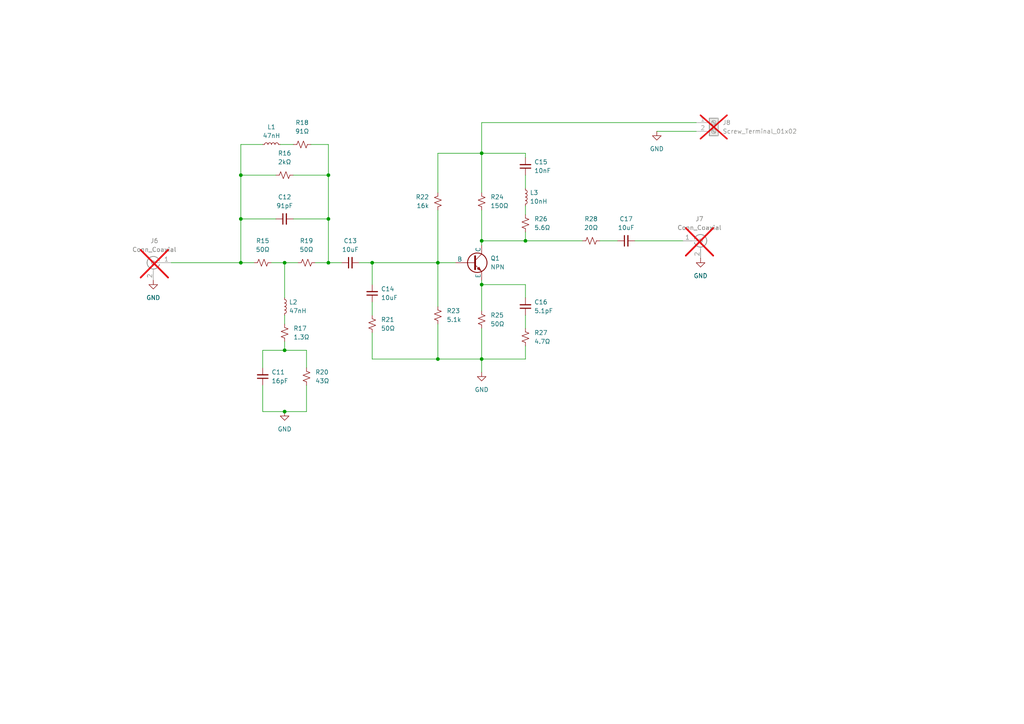
<source format=kicad_sch>
(kicad_sch (version 20231120) (generator "eeschema") (generator_version "8.0")
  (paper "A4")
  (lib_symbols
    (symbol "Connector:Conn_Coaxial" (pin_names (offset 1.016) hide)
      (property "Reference" "J" (at 0.254 3.048 0))
      (property "Value" "Conn_Coaxial" (at 2.921 0 90))
      (symbol "Conn_Coaxial_0_1"
        (arc (start -1.778 -0.508) (mid 0.2311 -1.8066) (end 1.778 0) (stroke (width 0.254)))
        (polyline (pts (xy -2.54 0) (xy -0.508 0)))
        (polyline (pts (xy 0 -2.54) (xy 0 -1.778)))
        (circle (center 0 0) (radius 0.508) (stroke (width 0.2032)))
        (arc (start 1.778 0) (mid 0.2099 1.8101) (end -1.778 0.508) (stroke (width 0.254)))
      )
      (symbol "Conn_Coaxial_1_1"
        (pin passive line (at -5.08 0 0) (length 2.54) (name "In") (number "1"))
        (pin passive line (at 0 -5.08 90) (length 2.54) (name "Ext") (number "2"))
      )
    )
    (symbol "Connector:Screw_Terminal_01x02" (pin_names (offset 1.016) hide)
      (property "Reference" "J" (at 0 2.54 0))
      (property "Value" "Screw_Terminal_01x02" (at 0 -5.08 0))
      (symbol "Screw_Terminal_01x02_1_1"
        (rectangle (start -1.27 1.27) (end 1.27 -3.81) (stroke (width 0.254)) (fill (type background)))
        (circle (center 0 -2.54) (radius 0.635) (stroke (width 0.1524)))
        (polyline (pts (xy -0.5334 -2.2098) (xy 0.3302 -3.048)) (stroke (width 0.1524)))
        (polyline (pts (xy -0.5334 0.3302) (xy 0.3302 -0.508)) (stroke (width 0.1524)))
        (polyline (pts (xy -0.3556 -2.032) (xy 0.508 -2.8702)) (stroke (width 0.1524)))
        (polyline (pts (xy -0.3556 0.508) (xy 0.508 -0.3302)) (stroke (width 0.1524)))
        (circle (center 0 0) (radius 0.635) (stroke (width 0.1524)))
        (pin passive line (at -5.08 0 0) (length 3.81) (name "Pin_1") (number "1"))
        (pin passive line (at -5.08 -2.54 0) (length 3.81) (name "Pin_2") (number "2"))
      )
    )
    (symbol "Device:C_Small" (pin_numbers hide) (pin_names (offset 0.254) hide)
      (property "Reference" "C" (at 0.254 1.778 0))
      (property "Value" "C_Small" (at 0.254 -2.032 0))
      (symbol "C_Small_0_1"
        (polyline (pts (xy -1.524 -0.508) (xy 1.524 -0.508)) (stroke (width 0.3302)))
        (polyline (pts (xy -1.524 0.508) (xy 1.524 0.508)) (stroke (width 0.3048)))
      )
      (symbol "C_Small_1_1"
        (pin passive line (at 0 2.54 270) (length 2.032) (name "~") (number "1"))
        (pin passive line (at 0 -2.54 90) (length 2.032) (name "~") (number "2"))
      )
    )
    (symbol "Device:L_Small" (pin_numbers hide) (pin_names (offset 0.254) hide)
      (property "Reference" "L" (at 0.762 1.016 0))
      (property "Value" "L_Small" (at 0.762 -1.016 0))
      (symbol "L_Small_0_1"
        (arc (start 0 -2.032) (mid 0.5058 -1.524) (end 0 -1.016))
        (arc (start 0 -1.016) (mid 0.5058 -0.508) (end 0 0))
        (arc (start 0 0) (mid 0.5058 0.508) (end 0 1.016))
        (arc (start 0 1.016) (mid 0.5058 1.524) (end 0 2.032))
      )
      (symbol "L_Small_1_1"
        (pin passive line (at 0 2.54 270) (length 0.508) (name "~") (number "1"))
        (pin passive line (at 0 -2.54 90) (length 0.508) (name "~") (number "2"))
      )
    )
    (symbol "Device:R_Small_US" (pin_numbers hide) (pin_names (offset 0.254) hide)
      (property "Reference" "R" (at 0.762 0.508 0))
      (property "Value" "R_Small_US" (at 0.762 -1.016 0))
      (symbol "R_Small_US_1_1"
        (polyline (pts (xy 0 0) (xy 1.016 -0.381) (xy 0 -0.762) (xy -1.016 -1.143) (xy 0 -1.524)))
        (polyline (pts (xy 0 1.524) (xy 1.016 1.143) (xy 0 0.762) (xy -1.016 0.381) (xy 0 0)))
        (pin passive line (at 0 2.54 270) (length 1.016) (name "~") (number "1"))
        (pin passive line (at 0 -2.54 90) (length 1.016) (name "~") (number "2"))
      )
    )
    (symbol "Simulation_SPICE:NPN" (pin_numbers hide) (pin_names (offset 0))
      (property "Reference" "Q1" (at 5.08 1.2701 0))
      (property "Value" "NPN" (at 5.08 -1.2699 0))
      (symbol "NPN_0_1"
        (polyline (pts (xy -2.54 0) (xy 0.635 0)) (stroke (width 0.1524)))
        (polyline (pts (xy 0.635 0.635) (xy 2.54 2.54)))
        (polyline (pts (xy 2.794 -1.27) (xy 2.794 -1.27)) (stroke (width 0.1524)))
        (polyline (pts (xy 2.794 -1.27) (xy 2.794 -1.27)) (stroke (width 0.1524)))
        (polyline (pts (xy 0.635 -0.635) (xy 2.54 -2.54) (xy 2.54 -2.54)))
        (polyline (pts (xy 0.635 1.905) (xy 0.635 -1.905) (xy 0.635 -1.905)) (stroke (width 0.508)))
        (polyline (pts (xy 1.27 -1.778) (xy 1.778 -1.27) (xy 2.286 -2.286) (xy 1.27 -1.778) (xy 1.27 -1.778)) (fill (type outline)))
        (circle (center 1.27 0) (radius 2.8194) (stroke (width 0.254)))
      )
      (symbol "NPN_1_1"
        (pin input line (at -5.08 0 0) (length 2.54) (name "B") (number "1"))
        (pin open_emitter line (at 2.54 -5.08 90) (length 2.54) (name "E") (number "2"))
        (pin open_collector line (at 2.54 5.08 270) (length 2.54) (name "C") (number "3"))
      )
    )
    (symbol "power:GND" (power) (pin_numbers hide) (pin_names (offset 0) hide)
      (property "Value" "GND" (at 0 -3.81 0))
      (symbol "GND_0_1"
        (polyline (pts (xy 0 0) (xy 0 -1.27) (xy 1.27 -1.27) (xy 0 -2.54) (xy -1.27 -1.27) (xy 0 -1.27)))
      )
      (symbol "GND_1_1"
        (pin power_in line (at 0 0 270) (length 0) (name "~") (number "1"))
      )
    )
  )
  (junction (at 82.55 119.38))
  (junction (at 95.25 76.2))
  (junction (at 95.25 50.8))
  (junction (at 82.55 101.6))
  (junction (at 107.95 76.2))
  (junction (at 139.7 44.45))
  (junction (at 95.25 63.5))
  (junction (at 139.7 104.14))
  (junction (at 127 76.2))
  (junction (at 69.85 50.8))
  (junction (at 82.55 76.2))
  (junction (at 139.7 82.55))
  (junction (at 69.85 76.2))
  (junction (at 152.4 69.85))
  (junction (at 127 104.14))
  (junction (at 69.85 63.5))
  (junction (at 139.7 69.85))
  (wire (pts (xy 127 60.96) (xy 127 76.2)))
  (wire (pts (xy 152.4 67.31) (xy 152.4 69.85)))
  (wire (pts (xy 127 55.88) (xy 127 44.45)))
  (wire (pts (xy 95.25 76.2) (xy 99.06 76.2)))
  (wire (pts (xy 78.74 76.2) (xy 82.55 76.2)))
  (wire (pts (xy 88.9 119.38) (xy 88.9 111.76)))
  (wire (pts (xy 107.95 96.52) (xy 107.95 104.14)))
  (wire (pts (xy 95.25 63.5) (xy 95.25 76.2)))
  (wire (pts (xy 139.7 107.95) (xy 139.7 104.14)))
  (wire (pts (xy 139.7 35.56) (xy 201.93 35.56)))
  (wire (pts (xy 152.4 69.85) (xy 139.7 69.85)))
  (wire (pts (xy 104.14 76.2) (xy 107.95 76.2)))
  (wire (pts (xy 127 93.98) (xy 127 104.14)))
  (wire (pts (xy 95.25 41.91) (xy 95.25 50.8)))
  (wire (pts (xy 82.55 99.06) (xy 82.55 101.6)))
  (wire (pts (xy 139.7 81.28) (xy 139.7 82.55)))
  (wire (pts (xy 69.85 63.5) (xy 69.85 76.2)))
  (wire (pts (xy 69.85 50.8) (xy 69.85 63.5)))
  (wire (pts (xy 139.7 55.88) (xy 139.7 44.45)))
  (wire (pts (xy 76.2 119.38) (xy 76.2 111.76)))
  (wire (pts (xy 139.7 82.55) (xy 139.7 90.17)))
  (wire (pts (xy 82.55 101.6) (xy 88.9 101.6)))
  (wire (pts (xy 85.09 63.5) (xy 95.25 63.5)))
  (wire (pts (xy 152.4 59.69) (xy 152.4 62.23)))
  (wire (pts (xy 190.5 38.1) (xy 201.93 38.1)))
  (wire (pts (xy 152.4 82.55) (xy 139.7 82.55)))
  (wire (pts (xy 82.55 119.38) (xy 76.2 119.38)))
  (wire (pts (xy 152.4 100.33) (xy 152.4 104.14)))
  (wire (pts (xy 69.85 63.5) (xy 80.01 63.5)))
  (wire (pts (xy 76.2 41.91) (xy 69.85 41.91)))
  (wire (pts (xy 69.85 50.8) (xy 80.01 50.8)))
  (wire (pts (xy 127 76.2) (xy 127 88.9)))
  (wire (pts (xy 152.4 50.8) (xy 152.4 54.61)))
  (wire (pts (xy 82.55 91.44) (xy 82.55 93.98)))
  (wire (pts (xy 184.15 69.85) (xy 198.12 69.85)))
  (wire (pts (xy 91.44 76.2) (xy 95.25 76.2)))
  (wire (pts (xy 85.09 50.8) (xy 95.25 50.8)))
  (wire (pts (xy 76.2 101.6) (xy 82.55 101.6)))
  (wire (pts (xy 82.55 76.2) (xy 82.55 86.36)))
  (wire (pts (xy 69.85 41.91) (xy 69.85 50.8)))
  (wire (pts (xy 152.4 104.14) (xy 139.7 104.14)))
  (wire (pts (xy 132.08 76.2) (xy 127 76.2)))
  (wire (pts (xy 139.7 60.96) (xy 139.7 69.85)))
  (wire (pts (xy 69.85 76.2) (xy 73.66 76.2)))
  (wire (pts (xy 82.55 119.38) (xy 88.9 119.38)))
  (wire (pts (xy 82.55 76.2) (xy 86.36 76.2)))
  (wire (pts (xy 127 104.14) (xy 107.95 104.14)))
  (wire (pts (xy 90.17 41.91) (xy 95.25 41.91)))
  (wire (pts (xy 107.95 87.63) (xy 107.95 91.44)))
  (wire (pts (xy 168.91 69.85) (xy 152.4 69.85)))
  (wire (pts (xy 139.7 35.56) (xy 139.7 44.45)))
  (wire (pts (xy 152.4 44.45) (xy 152.4 45.72)))
  (wire (pts (xy 49.53 76.2) (xy 69.85 76.2)))
  (wire (pts (xy 173.99 69.85) (xy 179.07 69.85)))
  (wire (pts (xy 107.95 76.2) (xy 107.95 82.55)))
  (wire (pts (xy 139.7 104.14) (xy 139.7 95.25)))
  (wire (pts (xy 139.7 44.45) (xy 152.4 44.45)))
  (wire (pts (xy 152.4 91.44) (xy 152.4 95.25)))
  (wire (pts (xy 95.25 50.8) (xy 95.25 63.5)))
  (wire (pts (xy 76.2 106.68) (xy 76.2 101.6)))
  (wire (pts (xy 152.4 86.36) (xy 152.4 82.55)))
  (wire (pts (xy 107.95 76.2) (xy 127 76.2)))
  (wire (pts (xy 88.9 101.6) (xy 88.9 106.68)))
  (wire (pts (xy 139.7 69.85) (xy 139.7 71.12)))
  (wire (pts (xy 81.28 41.91) (xy 85.09 41.91)))
  (wire (pts (xy 127 44.45) (xy 139.7 44.45)))
  (wire (pts (xy 127 104.14) (xy 139.7 104.14)))
  (symbol (lib_id "Device:R_Small_US") (at 127 58.42 0) (mirror x) (unit 1)
    (property "Reference" "R22" (at 124.46 57.1499 0) (effects (justify right)))
    (property "Value" "16k" (at 124.46 59.6899 0) (effects (justify right)))
    (property "Footprint" "Resistor_SMD:R_0603_1608Metric" (effects (hide yes)))
    (property "Description" "Resistor, small US symbol" (effects (hide yes)))
    (property "LCSC" "C22809" (effects (hide yes)))
  )
  (symbol (lib_id "Device:R_Small_US") (at 88.9 76.2 90) (unit 1)
    (property "Reference" "R19" (at 88.9 69.85 90))
    (property "Value" "50Ω" (at 88.9 72.39 90))
    (property "Footprint" "Resistor_SMD:R_0603_1608Metric" (effects (hide yes)))
    (property "Description" "Resistor, small US symbol" (effects (hide yes)))
    (property "LCSC" "C23185" (effects (hide yes)))
  )
  (symbol (lib_id "Device:R_Small_US") (at 76.2 76.2 90) (unit 1)
    (property "Reference" "R15" (at 76.2 69.85 90))
    (property "Value" "50Ω" (at 76.2 72.39 90))
    (property "Footprint" "Resistor_SMD:R_0603_1608Metric" (effects (hide yes)))
    (property "Description" "Resistor, small US symbol" (effects (hide yes)))
    (property "LCSC" "C23185" (effects (hide yes)))
  )
  (symbol (lib_id "Simulation_SPICE:NPN") (at 137.16 76.2 0) (unit 1)
    (property "Reference" "Q1" (at 142.24 74.9299 0) (effects (justify left)))
    (property "Value" "NPN" (at 142.24 77.4699 0) (effects (justify left)))
    (property "Footprint" "LumiCom_Transmitter:BFR182-SOT-23" (effects (hide yes)))
    (property "Datasheet" "https://www.lcsc.com/datasheet/lcsc_datasheet_2304140030_Infineon-Technologies-BFR182E6327_C178311.pdf" (effects (hide yes)))
    (property "Description" "12V 250mW 70@10mA,8V 35mA NPN SOT-23 " (effects (hide yes)))
    (property "LCSC Part #" "C178311" (effects (hide yes)))
    (property "Manufacturer" "Infineon Technologies " (effects (hide yes)))
    (property "Mfr. Part #" "BFR182E6327" (effects (hide yes)))
    (property "LCSC" "C178311" (effects (hide yes)))
  )
  (symbol (lib_id "Device:R_Small_US") (at 82.55 96.52 0) (unit 1)
    (property "Reference" "R17" (at 85.09 95.2499 0) (effects (justify left)))
    (property "Value" "1.3Ω" (at 85.09 97.7899 0) (effects (justify left)))
    (property "Footprint" "Resistor_SMD:R_0603_1608Metric" (effects (hide yes)))
    (property "Description" "Resistor, small US symbol" (effects (hide yes)))
    (property "LCSC" "C393978" (effects (hide yes)))
  )
  (symbol (lib_id "Device:R_Small_US") (at 127 91.44 180) (unit 1)
    (property "Reference" "R23" (at 129.54 90.1699 0) (effects (justify right)))
    (property "Value" "5.1k" (at 129.54 92.7099 0) (effects (justify right)))
    (property "Footprint" "Resistor_SMD:R_0603_1608Metric" (effects (hide yes)))
    (property "Description" "Resistor, small US symbol" (effects (hide yes)))
    (property "LCSC" "C23186" (effects (hide yes)))
  )
  (symbol (lib_id "Device:C_Small") (at 76.2 109.22 180) (unit 1)
    (property "Reference" "C11" (at 78.74 107.9435 0) (effects (justify right)))
    (property "Value" "16pF" (at 78.74 110.4835 0) (effects (justify right)))
    (property "Footprint" "Capacitor_SMD:C_0603_1608Metric" (effects (hide yes)))
    (property "Description" "Unpolarized capacitor, small symbol" (effects (hide yes)))
    (property "LCSC" "C1644" (effects (hide yes)))
  )
  (symbol (lib_id "power:GND") (at 82.55 119.38 0) (unit 1)
    (property "Reference" "#PWR028" (effects (hide yes)))
    (property "Value" "GND" (at 82.55 124.46 0))
    (property "Description" "Power symbol creates a global label with name \"GND\" , ground" (effects (hide yes)))
  )
  (symbol (lib_id "power:GND") (at 139.7 107.95 0) (unit 1)
    (property "Reference" "#PWR029" (effects (hide yes)))
    (property "Value" "GND" (at 139.7 113.03 0))
    (property "Description" "Power symbol creates a global label with name \"GND\" , ground" (effects (hide yes)))
  )
  (symbol (lib_id "Device:R_Small_US") (at 107.95 93.98 180) (unit 1)
    (property "Reference" "R21" (at 110.49 92.7099 0) (effects (justify right)))
    (property "Value" "50Ω" (at 110.49 95.2499 0) (effects (justify right)))
    (property "Footprint" "Resistor_SMD:R_0603_1608Metric" (effects (hide yes)))
    (property "Description" "Resistor, small US symbol" (effects (hide yes)))
    (property "LCSC" "C23185" (effects (hide yes)))
  )
  (symbol (lib_id "Device:C_Small") (at 152.4 48.26 180) (unit 1)
    (property "Reference" "C15" (at 154.94 46.9835 0) (effects (justify right)))
    (property "Value" "10nF" (at 154.94 49.5235 0) (effects (justify right)))
    (property "Footprint" "Capacitor_SMD:C_0603_1608Metric" (effects (hide yes)))
    (property "Description" "Unpolarized capacitor, small symbol" (effects (hide yes)))
    (property "LCSC" "C57112" (effects (hide yes)))
  )
  (symbol (lib_id "Device:C_Small") (at 107.95 85.09 180) (unit 1)
    (property "Reference" "C14" (at 110.49 83.8135 0) (effects (justify right)))
    (property "Value" "10uF" (at 110.49 86.3535 0) (effects (justify right)))
    (property "Footprint" "Capacitor_SMD:C_0603_1608Metric" (effects (hide yes)))
    (property "Description" "Unpolarized capacitor, small symbol" (effects (hide yes)))
    (property "LCSC" "C19702" (effects (hide yes)))
  )
  (symbol (lib_id "Device:R_Small_US") (at 171.45 69.85 270) (unit 1)
    (property "Reference" "R28" (at 171.45 63.5 90))
    (property "Value" "20Ω" (at 171.45 66.04 90))
    (property "Footprint" "Resistor_SMD:R_0603_1608Metric" (effects (hide yes)))
    (property "Description" "Resistor, small US symbol" (effects (hide yes)))
    (property "LCSC" "C22950" (effects (hide yes)))
  )
  (symbol (lib_id "Device:R_Small_US") (at 87.63 41.91 270) (unit 1)
    (property "Reference" "R18" (at 87.63 35.56 90))
    (property "Value" "91Ω" (at 87.63 38.1 90))
    (property "Footprint" "Resistor_SMD:R_0603_1608Metric" (effects (hide yes)))
    (property "Description" "Resistor, small US symbol" (effects (hide yes)))
    (property "LCSC" "C25199" (effects (hide yes)))
  )
  (symbol (lib_id "power:GND") (at 203.2 74.93 0) (unit 1)
    (property "Reference" "#PWR031" (effects (hide yes)))
    (property "Value" "GND" (at 203.2 80.01 0))
    (property "Description" "Power symbol creates a global label with name \"GND\" , ground" (effects (hide yes)))
  )
  (symbol (lib_id "Connector:Conn_Coaxial") (at 44.45 76.2 0) (mirror y) (unit 1) (exclude_from_sim yes) (in_bom no) (dnp yes)
    (property "Reference" "J6" (at 44.7674 69.85 0))
    (property "Value" "Conn_Coaxial" (at 44.7674 72.39 0))
    (property "Footprint" "LumiCom_Transmitter:GRADCONN_RFPC-SMA27-F" (effects (hide yes)))
    (property "Datasheet" " ~" (effects (hide yes)))
    (property "Description" "coaxial connector (BNC, SMA, SMB, SMC, Cinch/RCA, LEMO, ...)" (effects (hide yes)))
  )
  (symbol (lib_id "Connector:Conn_Coaxial") (at 203.2 69.85 0) (unit 1) (exclude_from_sim yes) (in_bom no) (dnp yes)
    (property "Reference" "J7" (at 202.8826 63.5 0))
    (property "Value" "Conn_Coaxial" (at 202.8826 66.04 0))
    (property "Footprint" "LumiCom_Transmitter:GRADCONN_RFPC-SMA27-F" (effects (hide yes)))
    (property "Datasheet" " ~" (effects (hide yes)))
    (property "Description" "coaxial connector (BNC, SMA, SMB, SMC, Cinch/RCA, LEMO, ...)" (effects (hide yes)))
  )
  (symbol (lib_id "Device:L_Small") (at 78.74 41.91 90) (unit 1)
    (property "Reference" "L1" (at 78.74 36.83 90))
    (property "Value" "47nH" (at 78.74 39.37 90))
    (property "Footprint" "Inductor_SMD:L_0603_1608Metric" (effects (hide yes)))
    (property "Datasheet" "https://www.lcsc.com/datasheet/lcsc_datasheet_2304140030_TDK-MLG1608B47NJT000_C107318.pdf" (effects (hide yes)))
    (property "Description" "47nH ±5% 350mΩ 0603" (effects (hide yes)))
    (property "LCSC Part #" "C107318" (effects (hide yes)))
    (property "Manufacturer" "TDK" (effects (hide yes)))
    (property "Mfr. Part #" "MLG1608B47NJT000" (effects (hide yes)))
    (property "LCSC" "C2044000" (effects (hide yes)))
  )
  (symbol (lib_id "Device:R_Small_US") (at 88.9 109.22 0) (unit 1)
    (property "Reference" "R20" (at 91.44 107.9499 0) (effects (justify left)))
    (property "Value" "43Ω" (at 91.44 110.4899 0) (effects (justify left)))
    (property "Footprint" "Resistor_SMD:R_0603_1608Metric" (effects (hide yes)))
    (property "Description" "Resistor, small US symbol" (effects (hide yes)))
    (property "LCSC" "C23182" (effects (hide yes)))
  )
  (symbol (lib_id "Device:C_Small") (at 82.55 63.5 90) (unit 1)
    (property "Reference" "C12" (at 82.5563 57.15 90))
    (property "Value" "91pF" (at 82.5563 59.69 90))
    (property "Footprint" "Capacitor_SMD:C_0603_1608Metric" (effects (hide yes)))
    (property "Description" "Unpolarized capacitor, small symbol" (effects (hide yes)))
    (property "LCSC" "C14858" (effects (hide yes)))
  )
  (symbol (lib_id "Device:R_Small_US") (at 82.55 50.8 270) (unit 1)
    (property "Reference" "R16" (at 82.55 44.45 90))
    (property "Value" "2kΩ" (at 82.55 46.99 90))
    (property "Footprint" "Resistor_SMD:R_0603_1608Metric" (effects (hide yes)))
    (property "Description" "Resistor, small US symbol" (effects (hide yes)))
    (property "LCSC" "C22975" (effects (hide yes)))
  )
  (symbol (lib_id "Device:R_Small_US") (at 139.7 58.42 180) (unit 1)
    (property "Reference" "R24" (at 142.24 57.1499 0) (effects (justify right)))
    (property "Value" "150Ω" (at 142.24 59.6899 0) (effects (justify right)))
    (property "Footprint" "Resistor_SMD:R_0603_1608Metric" (effects (hide yes)))
    (property "Description" "Resistor, small US symbol" (effects (hide yes)))
    (property "LCSC" "C22808" (effects (hide yes)))
  )
  (symbol (lib_id "Device:R_Small_US") (at 139.7 92.71 180) (unit 1)
    (property "Reference" "R25" (at 142.24 91.4399 0) (effects (justify right)))
    (property "Value" "50Ω" (at 142.24 93.9799 0) (effects (justify right)))
    (property "Footprint" "Resistor_SMD:R_0603_1608Metric" (effects (hide yes)))
    (property "Description" "Resistor, small US symbol" (effects (hide yes)))
    (property "LCSC" "C23185" (effects (hide yes)))
  )
  (symbol (lib_id "Device:L_Small") (at 82.55 88.9 0) (unit 1)
    (property "Reference" "L2" (at 83.82 87.6299 0) (effects (justify left)))
    (property "Value" "47nH" (at 83.82 90.1699 0) (effects (justify left)))
    (property "Footprint" "Inductor_SMD:L_0603_1608Metric" (effects (hide yes)))
    (property "Datasheet" "https://www.lcsc.com/datasheet/lcsc_datasheet_2304140030_TDK-MLG1608B47NJT000_C107318.pdf" (effects (hide yes)))
    (property "Description" "FIXED IND 100UH 730MA 527MOHM SM" (effects (hide yes)))
    (property "LCSC Part #" "C107318" (effects (hide yes)))
    (property "Manufacturer" "TDK" (effects (hide yes)))
    (property "Mfr. Part #" "MLG1608B47NJT000" (effects (hide yes)))
    (property "LCSC" "C2044000" (effects (hide yes)))
  )
  (symbol (lib_id "Device:L_Small") (at 152.4 57.15 0) (unit 1)
    (property "Reference" "L3" (at 153.67 55.8799 0) (effects (justify left)))
    (property "Value" "10nH" (at 153.67 58.4199 0) (effects (justify left)))
    (property "Footprint" "Inductor_SMD:L_0603_1608Metric" (effects (hide yes)))
    (property "Datasheet" "https://www.lcsc.com/datasheet/lcsc_datasheet_1810311113_Murata-Electronics-LQG18HN10NJ00D_C98005.pdf" (effects (hide yes)))
    (property "Description" "650mA 10nH ±5% 300mΩ 0603 " (effects (hide yes)))
    (property "LCSC Part #" "C98005" (effects (hide yes)))
    (property "Manufacturer" "  Murata Electronics " (effects (hide yes)))
    (property "Mfr. Part #" "LQG18HN10NJ00D" (effects (hide yes)))
    (property "LCSC" "C98005" (effects (hide yes)))
  )
  (symbol (lib_id "Device:C_Small") (at 101.6 76.2 90) (unit 1)
    (property "Reference" "C13" (at 101.6063 69.85 90))
    (property "Value" "10uF" (at 101.6063 72.39 90))
    (property "Footprint" "Capacitor_SMD:C_0603_1608Metric" (effects (hide yes)))
    (property "Description" "Unpolarized capacitor, small symbol" (effects (hide yes)))
    (property "LCSC" "C19702" (effects (hide yes)))
  )
  (symbol (lib_id "Device:C_Small") (at 181.61 69.85 90) (unit 1)
    (property "Reference" "C17" (at 181.6163 63.5 90))
    (property "Value" "10uF" (at 181.6163 66.04 90))
    (property "Footprint" "Capacitor_SMD:C_0603_1608Metric" (effects (hide yes)))
    (property "Description" "Unpolarized capacitor, small symbol" (effects (hide yes)))
    (property "LCSC" "C19702" (effects (hide yes)))
  )
  (symbol (lib_id "power:GND") (at 44.45 81.28 0) (unit 1)
    (property "Reference" "#PWR027" (effects (hide yes)))
    (property "Value" "GND" (at 44.45 86.36 0))
    (property "Description" "Power symbol creates a global label with name \"GND\" , ground" (effects (hide yes)))
  )
  (symbol (lib_id "power:GND") (at 190.5 38.1 0) (unit 1)
    (property "Reference" "#PWR030" (effects (hide yes)))
    (property "Value" "GND" (at 190.5 43.18 0))
    (property "Description" "Power symbol creates a global label with name \"GND\" , ground" (effects (hide yes)))
  )
  (symbol (lib_id "Device:R_Small_US") (at 152.4 64.77 180) (unit 1)
    (property "Reference" "R26" (at 154.94 63.4999 0) (effects (justify right)))
    (property "Value" "5.6Ω" (at 154.94 66.0399 0) (effects (justify right)))
    (property "Footprint" "Resistor_SMD:R_0603_1608Metric" (effects (hide yes)))
    (property "Description" "Resistor, small US symbol" (effects (hide yes)))
    (property "LCSC" "C25197" (effects (hide yes)))
  )
  (symbol (lib_id "Connector:Screw_Terminal_01x02") (at 207.01 35.56 0) (unit 1) (exclude_from_sim yes) (in_bom no) (dnp yes)
    (property "Reference" "J8" (at 209.55 35.5599 0) (effects (justify left)))
    (property "Value" "Screw_Terminal_01x02" (at 209.55 38.0999 0) (effects (justify left)))
    (property "Footprint" "TerminalBlock_Phoenix:TerminalBlock_Phoenix_MPT-0,5-2-2.54_1x02_P2.54mm_Horizontal" (effects (hide yes)))
    (property "Description" "Generic screw terminal, single row, 01x02, script generated (kicad-library-utils/schlib/autogen/connector/)" (effects (hide yes)))
  )
  (symbol (lib_id "Device:C_Small") (at 152.4 88.9 180) (unit 1)
    (property "Reference" "C16" (at 154.94 87.6235 0) (effects (justify right)))
    (property "Value" "5.1pF" (at 154.94 90.1635 0) (effects (justify right)))
    (property "Footprint" "Capacitor_SMD:C_0603_1608Metric" (effects (hide yes)))
    (property "Description" "Unpolarized capacitor, small symbol" (effects (hide yes)))
    (property "LCSC" "C519110" (effects (hide yes)))
  )
  (symbol (lib_id "Device:R_Small_US") (at 152.4 97.79 180) (unit 1)
    (property "Reference" "R27" (at 154.94 96.5199 0) (effects (justify right)))
    (property "Value" "4.7Ω" (at 154.94 99.0599 0) (effects (justify right)))
    (property "Footprint" "Resistor_SMD:R_0603_1608Metric" (effects (hide yes)))
    (property "Description" "Resistor, small US symbol" (effects (hide yes)))
    (property "LCSC" "C23164" (effects (hide yes)))
  )
)
</source>
